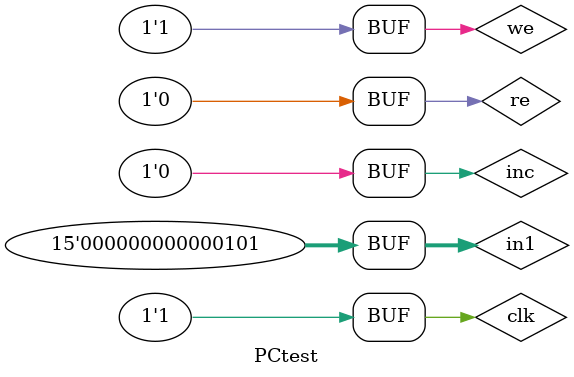
<source format=v>
`timescale 1ns / 1ps


module PCtest;

	// Inputs
	reg [14:0] in1;
	reg clk;
	reg re;
	reg we;
	reg inc;

	// Outputs
	wire [14:0] out1;

	// Instantiate the Unit Under Test (UUT)
	PC uut (
		.in1(in1), 
		.out1(out1), 
		.clk(clk), 
		.re(re), 
		.we(we), 
		.inc(inc)
	);

	initial begin
		// Initialize Inputs
		in1 = 0;
		clk = 0;
		re = 0;
		we = 0;
		inc = 0;

		// Wait 100 ns for global reset to finish
		#100
		clk=1;
		in1=5;
		re=1;
		
		#100
		clk=0;
		re=0;
		
		#100
		clk=1;
		we=1;
		
		#100
		clk=0;
		we=0;
		
		#100
		clk=1;
		inc=1;
		
		#100
		clk=0;
		inc=0;
		
		#100
		clk=1;
		we=1;
		
        
		// Add stimulus here

	end
      
endmodule


</source>
